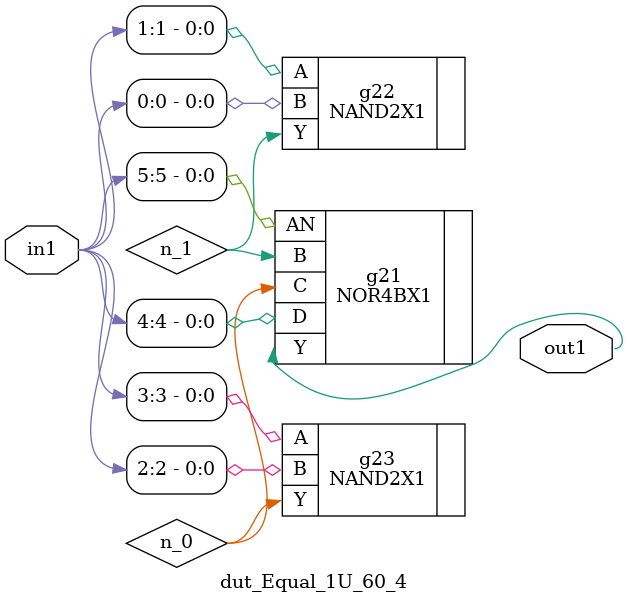
<source format=v>
`timescale 1ps / 1ps


module dut_Equal_1U_60_4(in1, out1);
  input [5:0] in1;
  output out1;
  wire [5:0] in1;
  wire out1;
  wire n_0, n_1;
  NOR4BX1 g21(.AN (in1[5]), .B (n_1), .C (n_0), .D (in1[4]), .Y (out1));
  NAND2X1 g22(.A (in1[1]), .B (in1[0]), .Y (n_1));
  NAND2X1 g23(.A (in1[3]), .B (in1[2]), .Y (n_0));
endmodule



</source>
